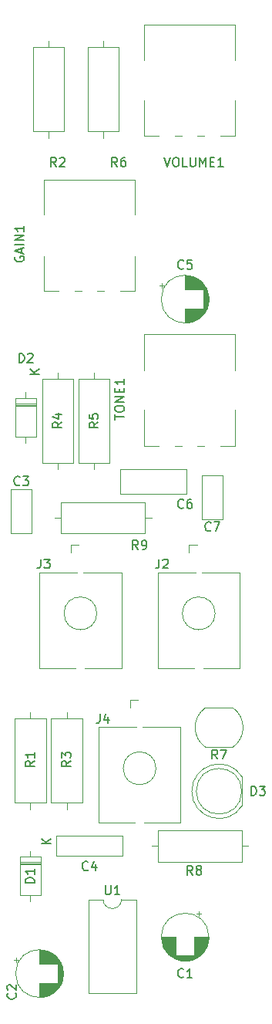
<source format=gto>
G04 #@! TF.GenerationSoftware,KiCad,Pcbnew,(6.0.0)*
G04 #@! TF.CreationDate,2022-01-24T23:25:09+01:00*
G04 #@! TF.ProjectId,StupidBox,53747570-6964-4426-9f78-2e6b69636164,rev?*
G04 #@! TF.SameCoordinates,Original*
G04 #@! TF.FileFunction,Legend,Top*
G04 #@! TF.FilePolarity,Positive*
%FSLAX46Y46*%
G04 Gerber Fmt 4.6, Leading zero omitted, Abs format (unit mm)*
G04 Created by KiCad (PCBNEW (6.0.0)) date 2022-01-24 23:25:09*
%MOMM*%
%LPD*%
G01*
G04 APERTURE LIST*
%ADD10C,0.150000*%
%ADD11C,0.120000*%
%ADD12R,1.600000X1.600000*%
%ADD13C,1.600000*%
%ADD14C,1.400000*%
%ADD15O,1.600000X1.600000*%
%ADD16R,1.800000X1.800000*%
%ADD17C,1.800000*%
%ADD18R,1.930000X1.830000*%
%ADD19C,2.130000*%
%ADD20C,1.500000*%
%ADD21C,4.000000*%
%ADD22R,1.700000X1.700000*%
%ADD23O,1.700000X1.700000*%
G04 APERTURE END LIST*
D10*
X49833333Y-137357142D02*
X49785714Y-137404761D01*
X49642857Y-137452380D01*
X49547619Y-137452380D01*
X49404761Y-137404761D01*
X49309523Y-137309523D01*
X49261904Y-137214285D01*
X49214285Y-137023809D01*
X49214285Y-136880952D01*
X49261904Y-136690476D01*
X49309523Y-136595238D01*
X49404761Y-136500000D01*
X49547619Y-136452380D01*
X49642857Y-136452380D01*
X49785714Y-136500000D01*
X49833333Y-136547619D01*
X50785714Y-137452380D02*
X50214285Y-137452380D01*
X50500000Y-137452380D02*
X50500000Y-136452380D01*
X50404761Y-136595238D01*
X50309523Y-136690476D01*
X50214285Y-136738095D01*
X31357142Y-139166666D02*
X31404761Y-139214285D01*
X31452380Y-139357142D01*
X31452380Y-139452380D01*
X31404761Y-139595238D01*
X31309523Y-139690476D01*
X31214285Y-139738095D01*
X31023809Y-139785714D01*
X30880952Y-139785714D01*
X30690476Y-139738095D01*
X30595238Y-139690476D01*
X30500000Y-139595238D01*
X30452380Y-139452380D01*
X30452380Y-139357142D01*
X30500000Y-139214285D01*
X30547619Y-139166666D01*
X30547619Y-138785714D02*
X30500000Y-138738095D01*
X30452380Y-138642857D01*
X30452380Y-138404761D01*
X30500000Y-138309523D01*
X30547619Y-138261904D01*
X30642857Y-138214285D01*
X30738095Y-138214285D01*
X30880952Y-138261904D01*
X31452380Y-138833333D01*
X31452380Y-138214285D01*
X31833333Y-83357142D02*
X31785714Y-83404761D01*
X31642857Y-83452380D01*
X31547619Y-83452380D01*
X31404761Y-83404761D01*
X31309523Y-83309523D01*
X31261904Y-83214285D01*
X31214285Y-83023809D01*
X31214285Y-82880952D01*
X31261904Y-82690476D01*
X31309523Y-82595238D01*
X31404761Y-82500000D01*
X31547619Y-82452380D01*
X31642857Y-82452380D01*
X31785714Y-82500000D01*
X31833333Y-82547619D01*
X32166666Y-82452380D02*
X32785714Y-82452380D01*
X32452380Y-82833333D01*
X32595238Y-82833333D01*
X32690476Y-82880952D01*
X32738095Y-82928571D01*
X32785714Y-83023809D01*
X32785714Y-83261904D01*
X32738095Y-83357142D01*
X32690476Y-83404761D01*
X32595238Y-83452380D01*
X32309523Y-83452380D01*
X32214285Y-83404761D01*
X32166666Y-83357142D01*
X39333333Y-125607142D02*
X39285714Y-125654761D01*
X39142857Y-125702380D01*
X39047619Y-125702380D01*
X38904761Y-125654761D01*
X38809523Y-125559523D01*
X38761904Y-125464285D01*
X38714285Y-125273809D01*
X38714285Y-125130952D01*
X38761904Y-124940476D01*
X38809523Y-124845238D01*
X38904761Y-124750000D01*
X39047619Y-124702380D01*
X39142857Y-124702380D01*
X39285714Y-124750000D01*
X39333333Y-124797619D01*
X40190476Y-125035714D02*
X40190476Y-125702380D01*
X39952380Y-124654761D02*
X39714285Y-125369047D01*
X40333333Y-125369047D01*
X49833333Y-59607142D02*
X49785714Y-59654761D01*
X49642857Y-59702380D01*
X49547619Y-59702380D01*
X49404761Y-59654761D01*
X49309523Y-59559523D01*
X49261904Y-59464285D01*
X49214285Y-59273809D01*
X49214285Y-59130952D01*
X49261904Y-58940476D01*
X49309523Y-58845238D01*
X49404761Y-58750000D01*
X49547619Y-58702380D01*
X49642857Y-58702380D01*
X49785714Y-58750000D01*
X49833333Y-58797619D01*
X50738095Y-58702380D02*
X50261904Y-58702380D01*
X50214285Y-59178571D01*
X50261904Y-59130952D01*
X50357142Y-59083333D01*
X50595238Y-59083333D01*
X50690476Y-59130952D01*
X50738095Y-59178571D01*
X50785714Y-59273809D01*
X50785714Y-59511904D01*
X50738095Y-59607142D01*
X50690476Y-59654761D01*
X50595238Y-59702380D01*
X50357142Y-59702380D01*
X50261904Y-59654761D01*
X50214285Y-59607142D01*
X49833333Y-85857142D02*
X49785714Y-85904761D01*
X49642857Y-85952380D01*
X49547619Y-85952380D01*
X49404761Y-85904761D01*
X49309523Y-85809523D01*
X49261904Y-85714285D01*
X49214285Y-85523809D01*
X49214285Y-85380952D01*
X49261904Y-85190476D01*
X49309523Y-85095238D01*
X49404761Y-85000000D01*
X49547619Y-84952380D01*
X49642857Y-84952380D01*
X49785714Y-85000000D01*
X49833333Y-85047619D01*
X50690476Y-84952380D02*
X50500000Y-84952380D01*
X50404761Y-85000000D01*
X50357142Y-85047619D01*
X50261904Y-85190476D01*
X50214285Y-85380952D01*
X50214285Y-85761904D01*
X50261904Y-85857142D01*
X50309523Y-85904761D01*
X50404761Y-85952380D01*
X50595238Y-85952380D01*
X50690476Y-85904761D01*
X50738095Y-85857142D01*
X50785714Y-85761904D01*
X50785714Y-85523809D01*
X50738095Y-85428571D01*
X50690476Y-85380952D01*
X50595238Y-85333333D01*
X50404761Y-85333333D01*
X50309523Y-85380952D01*
X50261904Y-85428571D01*
X50214285Y-85523809D01*
X52833333Y-88357142D02*
X52785714Y-88404761D01*
X52642857Y-88452380D01*
X52547619Y-88452380D01*
X52404761Y-88404761D01*
X52309523Y-88309523D01*
X52261904Y-88214285D01*
X52214285Y-88023809D01*
X52214285Y-87880952D01*
X52261904Y-87690476D01*
X52309523Y-87595238D01*
X52404761Y-87500000D01*
X52547619Y-87452380D01*
X52642857Y-87452380D01*
X52785714Y-87500000D01*
X52833333Y-87547619D01*
X53166666Y-87452380D02*
X53833333Y-87452380D01*
X53404761Y-88452380D01*
X31761904Y-69952380D02*
X31761904Y-68952380D01*
X32000000Y-68952380D01*
X32142857Y-69000000D01*
X32238095Y-69095238D01*
X32285714Y-69190476D01*
X32333333Y-69380952D01*
X32333333Y-69523809D01*
X32285714Y-69714285D01*
X32238095Y-69809523D01*
X32142857Y-69904761D01*
X32000000Y-69952380D01*
X31761904Y-69952380D01*
X32714285Y-69047619D02*
X32761904Y-69000000D01*
X32857142Y-68952380D01*
X33095238Y-68952380D01*
X33190476Y-69000000D01*
X33238095Y-69047619D01*
X33285714Y-69142857D01*
X33285714Y-69238095D01*
X33238095Y-69380952D01*
X32666666Y-69952380D01*
X33285714Y-69952380D01*
X33952380Y-71261904D02*
X32952380Y-71261904D01*
X33952380Y-70690476D02*
X33380952Y-71119047D01*
X32952380Y-70690476D02*
X33523809Y-71261904D01*
X57261904Y-117452380D02*
X57261904Y-116452380D01*
X57500000Y-116452380D01*
X57642857Y-116500000D01*
X57738095Y-116595238D01*
X57785714Y-116690476D01*
X57833333Y-116880952D01*
X57833333Y-117023809D01*
X57785714Y-117214285D01*
X57738095Y-117309523D01*
X57642857Y-117404761D01*
X57500000Y-117452380D01*
X57261904Y-117452380D01*
X58166666Y-116452380D02*
X58785714Y-116452380D01*
X58452380Y-116833333D01*
X58595238Y-116833333D01*
X58690476Y-116880952D01*
X58738095Y-116928571D01*
X58785714Y-117023809D01*
X58785714Y-117261904D01*
X58738095Y-117357142D01*
X58690476Y-117404761D01*
X58595238Y-117452380D01*
X58309523Y-117452380D01*
X58214285Y-117404761D01*
X58166666Y-117357142D01*
X34136666Y-91532380D02*
X34136666Y-92246666D01*
X34089047Y-92389523D01*
X33993809Y-92484761D01*
X33850952Y-92532380D01*
X33755714Y-92532380D01*
X34517619Y-91532380D02*
X35136666Y-91532380D01*
X34803333Y-91913333D01*
X34946190Y-91913333D01*
X35041428Y-91960952D01*
X35089047Y-92008571D01*
X35136666Y-92103809D01*
X35136666Y-92341904D01*
X35089047Y-92437142D01*
X35041428Y-92484761D01*
X34946190Y-92532380D01*
X34660476Y-92532380D01*
X34565238Y-92484761D01*
X34517619Y-92437142D01*
X33452380Y-113666666D02*
X32976190Y-114000000D01*
X33452380Y-114238095D02*
X32452380Y-114238095D01*
X32452380Y-113857142D01*
X32500000Y-113761904D01*
X32547619Y-113714285D01*
X32642857Y-113666666D01*
X32785714Y-113666666D01*
X32880952Y-113714285D01*
X32928571Y-113761904D01*
X32976190Y-113857142D01*
X32976190Y-114238095D01*
X33452380Y-112714285D02*
X33452380Y-113285714D01*
X33452380Y-113000000D02*
X32452380Y-113000000D01*
X32595238Y-113095238D01*
X32690476Y-113190476D01*
X32738095Y-113285714D01*
X37452380Y-113666666D02*
X36976190Y-114000000D01*
X37452380Y-114238095D02*
X36452380Y-114238095D01*
X36452380Y-113857142D01*
X36500000Y-113761904D01*
X36547619Y-113714285D01*
X36642857Y-113666666D01*
X36785714Y-113666666D01*
X36880952Y-113714285D01*
X36928571Y-113761904D01*
X36976190Y-113857142D01*
X36976190Y-114238095D01*
X36452380Y-113333333D02*
X36452380Y-112714285D01*
X36833333Y-113047619D01*
X36833333Y-112904761D01*
X36880952Y-112809523D01*
X36928571Y-112761904D01*
X37023809Y-112714285D01*
X37261904Y-112714285D01*
X37357142Y-112761904D01*
X37404761Y-112809523D01*
X37452380Y-112904761D01*
X37452380Y-113190476D01*
X37404761Y-113285714D01*
X37357142Y-113333333D01*
X36452380Y-76516666D02*
X35976190Y-76850000D01*
X36452380Y-77088095D02*
X35452380Y-77088095D01*
X35452380Y-76707142D01*
X35500000Y-76611904D01*
X35547619Y-76564285D01*
X35642857Y-76516666D01*
X35785714Y-76516666D01*
X35880952Y-76564285D01*
X35928571Y-76611904D01*
X35976190Y-76707142D01*
X35976190Y-77088095D01*
X35785714Y-75659523D02*
X36452380Y-75659523D01*
X35404761Y-75897619D02*
X36119047Y-76135714D01*
X36119047Y-75516666D01*
X40452380Y-76516666D02*
X39976190Y-76850000D01*
X40452380Y-77088095D02*
X39452380Y-77088095D01*
X39452380Y-76707142D01*
X39500000Y-76611904D01*
X39547619Y-76564285D01*
X39642857Y-76516666D01*
X39785714Y-76516666D01*
X39880952Y-76564285D01*
X39928571Y-76611904D01*
X39976190Y-76707142D01*
X39976190Y-77088095D01*
X39452380Y-75611904D02*
X39452380Y-76088095D01*
X39928571Y-76135714D01*
X39880952Y-76088095D01*
X39833333Y-75992857D01*
X39833333Y-75754761D01*
X39880952Y-75659523D01*
X39928571Y-75611904D01*
X40023809Y-75564285D01*
X40261904Y-75564285D01*
X40357142Y-75611904D01*
X40404761Y-75659523D01*
X40452380Y-75754761D01*
X40452380Y-75992857D01*
X40404761Y-76088095D01*
X40357142Y-76135714D01*
X53558333Y-113452380D02*
X53225000Y-112976190D01*
X52986904Y-113452380D02*
X52986904Y-112452380D01*
X53367857Y-112452380D01*
X53463095Y-112500000D01*
X53510714Y-112547619D01*
X53558333Y-112642857D01*
X53558333Y-112785714D01*
X53510714Y-112880952D01*
X53463095Y-112928571D01*
X53367857Y-112976190D01*
X52986904Y-112976190D01*
X53891666Y-112452380D02*
X54558333Y-112452380D01*
X54129761Y-113452380D01*
X50833333Y-126172380D02*
X50500000Y-125696190D01*
X50261904Y-126172380D02*
X50261904Y-125172380D01*
X50642857Y-125172380D01*
X50738095Y-125220000D01*
X50785714Y-125267619D01*
X50833333Y-125362857D01*
X50833333Y-125505714D01*
X50785714Y-125600952D01*
X50738095Y-125648571D01*
X50642857Y-125696190D01*
X50261904Y-125696190D01*
X51404761Y-125600952D02*
X51309523Y-125553333D01*
X51261904Y-125505714D01*
X51214285Y-125410476D01*
X51214285Y-125362857D01*
X51261904Y-125267619D01*
X51309523Y-125220000D01*
X51404761Y-125172380D01*
X51595238Y-125172380D01*
X51690476Y-125220000D01*
X51738095Y-125267619D01*
X51785714Y-125362857D01*
X51785714Y-125410476D01*
X51738095Y-125505714D01*
X51690476Y-125553333D01*
X51595238Y-125600952D01*
X51404761Y-125600952D01*
X51309523Y-125648571D01*
X51261904Y-125696190D01*
X51214285Y-125791428D01*
X51214285Y-125981904D01*
X51261904Y-126077142D01*
X51309523Y-126124761D01*
X51404761Y-126172380D01*
X51595238Y-126172380D01*
X51690476Y-126124761D01*
X51738095Y-126077142D01*
X51785714Y-125981904D01*
X51785714Y-125791428D01*
X51738095Y-125696190D01*
X51690476Y-125648571D01*
X51595238Y-125600952D01*
X44833333Y-90452380D02*
X44500000Y-89976190D01*
X44261904Y-90452380D02*
X44261904Y-89452380D01*
X44642857Y-89452380D01*
X44738095Y-89500000D01*
X44785714Y-89547619D01*
X44833333Y-89642857D01*
X44833333Y-89785714D01*
X44785714Y-89880952D01*
X44738095Y-89928571D01*
X44642857Y-89976190D01*
X44261904Y-89976190D01*
X45309523Y-90452380D02*
X45500000Y-90452380D01*
X45595238Y-90404761D01*
X45642857Y-90357142D01*
X45738095Y-90214285D01*
X45785714Y-90023809D01*
X45785714Y-89642857D01*
X45738095Y-89547619D01*
X45690476Y-89500000D01*
X45595238Y-89452380D01*
X45404761Y-89452380D01*
X45309523Y-89500000D01*
X45261904Y-89547619D01*
X45214285Y-89642857D01*
X45214285Y-89880952D01*
X45261904Y-89976190D01*
X45309523Y-90023809D01*
X45404761Y-90071428D01*
X45595238Y-90071428D01*
X45690476Y-90023809D01*
X45738095Y-89976190D01*
X45785714Y-89880952D01*
X41248095Y-127322380D02*
X41248095Y-128131904D01*
X41295714Y-128227142D01*
X41343333Y-128274761D01*
X41438571Y-128322380D01*
X41629047Y-128322380D01*
X41724285Y-128274761D01*
X41771904Y-128227142D01*
X41819523Y-128131904D01*
X41819523Y-127322380D01*
X42819523Y-128322380D02*
X42248095Y-128322380D01*
X42533809Y-128322380D02*
X42533809Y-127322380D01*
X42438571Y-127465238D01*
X42343333Y-127560476D01*
X42248095Y-127608095D01*
X47714285Y-47452380D02*
X48047619Y-48452380D01*
X48380952Y-47452380D01*
X48904761Y-47452380D02*
X49095238Y-47452380D01*
X49190476Y-47500000D01*
X49285714Y-47595238D01*
X49333333Y-47785714D01*
X49333333Y-48119047D01*
X49285714Y-48309523D01*
X49190476Y-48404761D01*
X49095238Y-48452380D01*
X48904761Y-48452380D01*
X48809523Y-48404761D01*
X48714285Y-48309523D01*
X48666666Y-48119047D01*
X48666666Y-47785714D01*
X48714285Y-47595238D01*
X48809523Y-47500000D01*
X48904761Y-47452380D01*
X50238095Y-48452380D02*
X49761904Y-48452380D01*
X49761904Y-47452380D01*
X50571428Y-47452380D02*
X50571428Y-48261904D01*
X50619047Y-48357142D01*
X50666666Y-48404761D01*
X50761904Y-48452380D01*
X50952380Y-48452380D01*
X51047619Y-48404761D01*
X51095238Y-48357142D01*
X51142857Y-48261904D01*
X51142857Y-47452380D01*
X51619047Y-48452380D02*
X51619047Y-47452380D01*
X51952380Y-48166666D01*
X52285714Y-47452380D01*
X52285714Y-48452380D01*
X52761904Y-47928571D02*
X53095238Y-47928571D01*
X53238095Y-48452380D02*
X52761904Y-48452380D01*
X52761904Y-47452380D01*
X53238095Y-47452380D01*
X54190476Y-48452380D02*
X53619047Y-48452380D01*
X53904761Y-48452380D02*
X53904761Y-47452380D01*
X53809523Y-47595238D01*
X53714285Y-47690476D01*
X53619047Y-47738095D01*
X31350000Y-58354761D02*
X31302380Y-58450000D01*
X31302380Y-58592857D01*
X31350000Y-58735714D01*
X31445238Y-58830952D01*
X31540476Y-58878571D01*
X31730952Y-58926190D01*
X31873809Y-58926190D01*
X32064285Y-58878571D01*
X32159523Y-58830952D01*
X32254761Y-58735714D01*
X32302380Y-58592857D01*
X32302380Y-58497619D01*
X32254761Y-58354761D01*
X32207142Y-58307142D01*
X31873809Y-58307142D01*
X31873809Y-58497619D01*
X32016666Y-57926190D02*
X32016666Y-57450000D01*
X32302380Y-58021428D02*
X31302380Y-57688095D01*
X32302380Y-57354761D01*
X32302380Y-57021428D02*
X31302380Y-57021428D01*
X32302380Y-56545238D02*
X31302380Y-56545238D01*
X32302380Y-55973809D01*
X31302380Y-55973809D01*
X32302380Y-54973809D02*
X32302380Y-55545238D01*
X32302380Y-55259523D02*
X31302380Y-55259523D01*
X31445238Y-55354761D01*
X31540476Y-55450000D01*
X31588095Y-55545238D01*
X42302380Y-76211904D02*
X42302380Y-75640476D01*
X43302380Y-75926190D02*
X42302380Y-75926190D01*
X42302380Y-75116666D02*
X42302380Y-74926190D01*
X42350000Y-74830952D01*
X42445238Y-74735714D01*
X42635714Y-74688095D01*
X42969047Y-74688095D01*
X43159523Y-74735714D01*
X43254761Y-74830952D01*
X43302380Y-74926190D01*
X43302380Y-75116666D01*
X43254761Y-75211904D01*
X43159523Y-75307142D01*
X42969047Y-75354761D01*
X42635714Y-75354761D01*
X42445238Y-75307142D01*
X42350000Y-75211904D01*
X42302380Y-75116666D01*
X43302380Y-74259523D02*
X42302380Y-74259523D01*
X43302380Y-73688095D01*
X42302380Y-73688095D01*
X42778571Y-73211904D02*
X42778571Y-72878571D01*
X43302380Y-72735714D02*
X43302380Y-73211904D01*
X42302380Y-73211904D01*
X42302380Y-72735714D01*
X43302380Y-71783333D02*
X43302380Y-72354761D01*
X43302380Y-72069047D02*
X42302380Y-72069047D01*
X42445238Y-72164285D01*
X42540476Y-72259523D01*
X42588095Y-72354761D01*
X35833333Y-48452380D02*
X35500000Y-47976190D01*
X35261904Y-48452380D02*
X35261904Y-47452380D01*
X35642857Y-47452380D01*
X35738095Y-47500000D01*
X35785714Y-47547619D01*
X35833333Y-47642857D01*
X35833333Y-47785714D01*
X35785714Y-47880952D01*
X35738095Y-47928571D01*
X35642857Y-47976190D01*
X35261904Y-47976190D01*
X36214285Y-47547619D02*
X36261904Y-47500000D01*
X36357142Y-47452380D01*
X36595238Y-47452380D01*
X36690476Y-47500000D01*
X36738095Y-47547619D01*
X36785714Y-47642857D01*
X36785714Y-47738095D01*
X36738095Y-47880952D01*
X36166666Y-48452380D01*
X36785714Y-48452380D01*
X42553333Y-48452380D02*
X42220000Y-47976190D01*
X41981904Y-48452380D02*
X41981904Y-47452380D01*
X42362857Y-47452380D01*
X42458095Y-47500000D01*
X42505714Y-47547619D01*
X42553333Y-47642857D01*
X42553333Y-47785714D01*
X42505714Y-47880952D01*
X42458095Y-47928571D01*
X42362857Y-47976190D01*
X41981904Y-47976190D01*
X43410476Y-47452380D02*
X43220000Y-47452380D01*
X43124761Y-47500000D01*
X43077142Y-47547619D01*
X42981904Y-47690476D01*
X42934285Y-47880952D01*
X42934285Y-48261904D01*
X42981904Y-48357142D01*
X43029523Y-48404761D01*
X43124761Y-48452380D01*
X43315238Y-48452380D01*
X43410476Y-48404761D01*
X43458095Y-48357142D01*
X43505714Y-48261904D01*
X43505714Y-48023809D01*
X43458095Y-47928571D01*
X43410476Y-47880952D01*
X43315238Y-47833333D01*
X43124761Y-47833333D01*
X43029523Y-47880952D01*
X42981904Y-47928571D01*
X42934285Y-48023809D01*
X33452380Y-127048095D02*
X32452380Y-127048095D01*
X32452380Y-126810000D01*
X32500000Y-126667142D01*
X32595238Y-126571904D01*
X32690476Y-126524285D01*
X32880952Y-126476666D01*
X33023809Y-126476666D01*
X33214285Y-126524285D01*
X33309523Y-126571904D01*
X33404761Y-126667142D01*
X33452380Y-126810000D01*
X33452380Y-127048095D01*
X33452380Y-125524285D02*
X33452380Y-126095714D01*
X33452380Y-125810000D02*
X32452380Y-125810000D01*
X32595238Y-125905238D01*
X32690476Y-126000476D01*
X32738095Y-126095714D01*
X35252380Y-122761904D02*
X34252380Y-122761904D01*
X35252380Y-122190476D02*
X34680952Y-122619047D01*
X34252380Y-122190476D02*
X34823809Y-122761904D01*
X40636666Y-108532380D02*
X40636666Y-109246666D01*
X40589047Y-109389523D01*
X40493809Y-109484761D01*
X40350952Y-109532380D01*
X40255714Y-109532380D01*
X41541428Y-108865714D02*
X41541428Y-109532380D01*
X41303333Y-108484761D02*
X41065238Y-109199047D01*
X41684285Y-109199047D01*
X47136666Y-91532380D02*
X47136666Y-92246666D01*
X47089047Y-92389523D01*
X46993809Y-92484761D01*
X46850952Y-92532380D01*
X46755714Y-92532380D01*
X47565238Y-91627619D02*
X47612857Y-91580000D01*
X47708095Y-91532380D01*
X47946190Y-91532380D01*
X48041428Y-91580000D01*
X48089047Y-91627619D01*
X48136666Y-91722857D01*
X48136666Y-91818095D01*
X48089047Y-91960952D01*
X47517619Y-92532380D01*
X48136666Y-92532380D01*
D11*
X48960000Y-135001000D02*
X48347000Y-135001000D01*
X52528000Y-133520000D02*
X51040000Y-133520000D01*
X52442000Y-133841000D02*
X51040000Y-133841000D01*
X48960000Y-133680000D02*
X47509000Y-133680000D01*
X48960000Y-133761000D02*
X47532000Y-133761000D01*
X52004000Y-134641000D02*
X51040000Y-134641000D01*
X52122000Y-134481000D02*
X51040000Y-134481000D01*
X51605000Y-135041000D02*
X48395000Y-135041000D01*
X48960000Y-133520000D02*
X47472000Y-133520000D01*
X48960000Y-133721000D02*
X47520000Y-133721000D01*
X52520000Y-133560000D02*
X51040000Y-133560000D01*
X51319000Y-135241000D02*
X48681000Y-135241000D01*
X52455000Y-133801000D02*
X51040000Y-133801000D01*
X51725000Y-130445225D02*
X51225000Y-130445225D01*
X51864000Y-134801000D02*
X51040000Y-134801000D01*
X48960000Y-134481000D02*
X47878000Y-134481000D01*
X48960000Y-133080000D02*
X47421000Y-133080000D01*
X48960000Y-133640000D02*
X47499000Y-133640000D01*
X50677000Y-135521000D02*
X49323000Y-135521000D01*
X48960000Y-133000000D02*
X47420000Y-133000000D01*
X50518000Y-135561000D02*
X49482000Y-135561000D01*
X50915000Y-135441000D02*
X49085000Y-135441000D01*
X48960000Y-134441000D02*
X47851000Y-134441000D01*
X52580000Y-133000000D02*
X51040000Y-133000000D01*
X52573000Y-133200000D02*
X51040000Y-133200000D01*
X48960000Y-133600000D02*
X47489000Y-133600000D01*
X52501000Y-133640000D02*
X51040000Y-133640000D01*
X48960000Y-134161000D02*
X47690000Y-134161000D01*
X48960000Y-134601000D02*
X47965000Y-134601000D01*
X48960000Y-134881000D02*
X48215000Y-134881000D01*
X51743000Y-134921000D02*
X51040000Y-134921000D01*
X52224000Y-134321000D02*
X51040000Y-134321000D01*
X48960000Y-133961000D02*
X47602000Y-133961000D01*
X48960000Y-133480000D02*
X47464000Y-133480000D01*
X51901000Y-134761000D02*
X51040000Y-134761000D01*
X51251000Y-135281000D02*
X48749000Y-135281000D01*
X50805000Y-135481000D02*
X49195000Y-135481000D01*
X48960000Y-133400000D02*
X47450000Y-133400000D01*
X52310000Y-134161000D02*
X51040000Y-134161000D01*
X52550000Y-133400000D02*
X51040000Y-133400000D01*
X48960000Y-134081000D02*
X47652000Y-134081000D01*
X51699000Y-134961000D02*
X51040000Y-134961000D01*
X48960000Y-133801000D02*
X47545000Y-133801000D01*
X48960000Y-134801000D02*
X48136000Y-134801000D01*
X48960000Y-134921000D02*
X48257000Y-134921000D01*
X52511000Y-133600000D02*
X51040000Y-133600000D01*
X48960000Y-134841000D02*
X48174000Y-134841000D01*
X52329000Y-134121000D02*
X51040000Y-134121000D01*
X52398000Y-133961000D02*
X51040000Y-133961000D01*
X51011000Y-135401000D02*
X48989000Y-135401000D01*
X48960000Y-134281000D02*
X47753000Y-134281000D01*
X48960000Y-134201000D02*
X47710000Y-134201000D01*
X52556000Y-133360000D02*
X51040000Y-133360000D01*
X52365000Y-134041000D02*
X51040000Y-134041000D01*
X48960000Y-134961000D02*
X48301000Y-134961000D01*
X52095000Y-134521000D02*
X51040000Y-134521000D01*
X52569000Y-133240000D02*
X51040000Y-133240000D01*
X52382000Y-134001000D02*
X51040000Y-134001000D01*
X48960000Y-134681000D02*
X48029000Y-134681000D01*
X52035000Y-134601000D02*
X51040000Y-134601000D01*
X51443000Y-135161000D02*
X48557000Y-135161000D01*
X51098000Y-135361000D02*
X48902000Y-135361000D01*
X52414000Y-133921000D02*
X51040000Y-133921000D01*
X51475000Y-130195225D02*
X51475000Y-130695225D01*
X52175000Y-134401000D02*
X51040000Y-134401000D01*
X48960000Y-133240000D02*
X47431000Y-133240000D01*
X52576000Y-133160000D02*
X51040000Y-133160000D01*
X48960000Y-134641000D02*
X47996000Y-134641000D01*
X48960000Y-134561000D02*
X47935000Y-134561000D01*
X48960000Y-134001000D02*
X47618000Y-134001000D01*
X48960000Y-134761000D02*
X48099000Y-134761000D01*
X48960000Y-133881000D02*
X47572000Y-133881000D01*
X52561000Y-133320000D02*
X51040000Y-133320000D01*
X50284000Y-135601000D02*
X49716000Y-135601000D01*
X48960000Y-134321000D02*
X47776000Y-134321000D01*
X52268000Y-134241000D02*
X51040000Y-134241000D01*
X52065000Y-134561000D02*
X51040000Y-134561000D01*
X48960000Y-134241000D02*
X47732000Y-134241000D01*
X48960000Y-134401000D02*
X47825000Y-134401000D01*
X48960000Y-134041000D02*
X47635000Y-134041000D01*
X52578000Y-133120000D02*
X51040000Y-133120000D01*
X51653000Y-135001000D02*
X51040000Y-135001000D01*
X48960000Y-133280000D02*
X47435000Y-133280000D01*
X51554000Y-135081000D02*
X48446000Y-135081000D01*
X48960000Y-133360000D02*
X47444000Y-133360000D01*
X52579000Y-133080000D02*
X51040000Y-133080000D01*
X48960000Y-133841000D02*
X47558000Y-133841000D01*
X48960000Y-133440000D02*
X47457000Y-133440000D01*
X52580000Y-133040000D02*
X51040000Y-133040000D01*
X48960000Y-133120000D02*
X47422000Y-133120000D01*
X51383000Y-135201000D02*
X48617000Y-135201000D01*
X51500000Y-135121000D02*
X48500000Y-135121000D01*
X51178000Y-135321000D02*
X48822000Y-135321000D01*
X52543000Y-133440000D02*
X51040000Y-133440000D01*
X52468000Y-133761000D02*
X51040000Y-133761000D01*
X51826000Y-134841000D02*
X51040000Y-134841000D01*
X48960000Y-133560000D02*
X47480000Y-133560000D01*
X48960000Y-134121000D02*
X47671000Y-134121000D01*
X52290000Y-134201000D02*
X51040000Y-134201000D01*
X48960000Y-134361000D02*
X47800000Y-134361000D01*
X52247000Y-134281000D02*
X51040000Y-134281000D01*
X48960000Y-133921000D02*
X47586000Y-133921000D01*
X48960000Y-133040000D02*
X47420000Y-133040000D01*
X52565000Y-133280000D02*
X51040000Y-133280000D01*
X52428000Y-133881000D02*
X51040000Y-133881000D01*
X51785000Y-134881000D02*
X51040000Y-134881000D01*
X48960000Y-134521000D02*
X47905000Y-134521000D01*
X51971000Y-134681000D02*
X51040000Y-134681000D01*
X52149000Y-134441000D02*
X51040000Y-134441000D01*
X52536000Y-133480000D02*
X51040000Y-133480000D01*
X48960000Y-133320000D02*
X47439000Y-133320000D01*
X48960000Y-133200000D02*
X47427000Y-133200000D01*
X48960000Y-134721000D02*
X48063000Y-134721000D01*
X51937000Y-134721000D02*
X51040000Y-134721000D01*
X52480000Y-133721000D02*
X51040000Y-133721000D01*
X52348000Y-134081000D02*
X51040000Y-134081000D01*
X52491000Y-133680000D02*
X51040000Y-133680000D01*
X48960000Y-133160000D02*
X47424000Y-133160000D01*
X52200000Y-134361000D02*
X51040000Y-134361000D01*
X52620000Y-133000000D02*
G75*
G03*
X52620000Y-133000000I-2620000J0D01*
G01*
X35401000Y-134825000D02*
X35401000Y-135960000D01*
X34841000Y-138040000D02*
X34841000Y-139442000D01*
X35961000Y-138040000D02*
X35961000Y-138699000D01*
X34240000Y-138040000D02*
X34240000Y-139569000D01*
X34080000Y-134421000D02*
X34080000Y-135960000D01*
X35281000Y-138040000D02*
X35281000Y-139247000D01*
X34400000Y-138040000D02*
X34400000Y-139550000D01*
X35961000Y-135301000D02*
X35961000Y-135960000D01*
X34640000Y-138040000D02*
X34640000Y-139501000D01*
X34680000Y-138040000D02*
X34680000Y-139491000D01*
X35521000Y-134905000D02*
X35521000Y-135960000D01*
X34520000Y-134472000D02*
X34520000Y-135960000D01*
X36001000Y-138040000D02*
X36001000Y-138653000D01*
X34480000Y-134464000D02*
X34480000Y-135960000D01*
X36601000Y-136716000D02*
X36601000Y-137284000D01*
X35561000Y-134935000D02*
X35561000Y-135960000D01*
X35281000Y-134753000D02*
X35281000Y-135960000D01*
X35201000Y-134710000D02*
X35201000Y-135960000D01*
X35801000Y-135136000D02*
X35801000Y-135960000D01*
X36201000Y-135617000D02*
X36201000Y-138383000D01*
X34040000Y-138040000D02*
X34040000Y-139580000D01*
X35681000Y-135029000D02*
X35681000Y-135960000D01*
X34080000Y-138040000D02*
X34080000Y-139579000D01*
X35081000Y-138040000D02*
X35081000Y-139348000D01*
X35161000Y-138040000D02*
X35161000Y-139310000D01*
X31195225Y-135525000D02*
X31695225Y-135525000D01*
X34280000Y-134435000D02*
X34280000Y-135960000D01*
X34560000Y-138040000D02*
X34560000Y-139520000D01*
X35841000Y-135174000D02*
X35841000Y-135960000D01*
X35001000Y-138040000D02*
X35001000Y-139382000D01*
X34841000Y-134558000D02*
X34841000Y-135960000D01*
X35641000Y-138040000D02*
X35641000Y-139004000D01*
X34200000Y-138040000D02*
X34200000Y-139573000D01*
X34440000Y-138040000D02*
X34440000Y-139543000D01*
X35241000Y-138040000D02*
X35241000Y-139268000D01*
X35561000Y-138040000D02*
X35561000Y-139065000D01*
X34400000Y-134450000D02*
X34400000Y-135960000D01*
X35681000Y-138040000D02*
X35681000Y-138971000D01*
X34680000Y-134509000D02*
X34680000Y-135960000D01*
X34881000Y-138040000D02*
X34881000Y-139428000D01*
X35121000Y-134671000D02*
X35121000Y-135960000D01*
X34000000Y-138040000D02*
X34000000Y-139580000D01*
X34360000Y-134444000D02*
X34360000Y-135960000D01*
X34160000Y-134424000D02*
X34160000Y-135960000D01*
X34600000Y-138040000D02*
X34600000Y-139511000D01*
X36481000Y-136195000D02*
X36481000Y-137805000D01*
X34801000Y-138040000D02*
X34801000Y-139455000D01*
X34921000Y-138040000D02*
X34921000Y-139414000D01*
X36401000Y-135989000D02*
X36401000Y-138011000D01*
X34961000Y-134602000D02*
X34961000Y-135960000D01*
X31445225Y-135275000D02*
X31445225Y-135775000D01*
X35441000Y-138040000D02*
X35441000Y-139149000D01*
X36361000Y-135902000D02*
X36361000Y-138098000D01*
X35161000Y-134690000D02*
X35161000Y-135960000D01*
X36081000Y-135446000D02*
X36081000Y-138554000D01*
X34761000Y-134532000D02*
X34761000Y-135960000D01*
X36001000Y-135347000D02*
X36001000Y-135960000D01*
X36281000Y-135749000D02*
X36281000Y-138251000D01*
X35041000Y-138040000D02*
X35041000Y-139365000D01*
X34881000Y-134572000D02*
X34881000Y-135960000D01*
X35601000Y-134965000D02*
X35601000Y-135960000D01*
X35081000Y-134652000D02*
X35081000Y-135960000D01*
X35721000Y-135063000D02*
X35721000Y-135960000D01*
X35401000Y-138040000D02*
X35401000Y-139175000D01*
X36441000Y-136085000D02*
X36441000Y-137915000D01*
X34761000Y-138040000D02*
X34761000Y-139468000D01*
X34240000Y-134431000D02*
X34240000Y-135960000D01*
X35721000Y-138040000D02*
X35721000Y-138937000D01*
X35001000Y-134618000D02*
X35001000Y-135960000D01*
X35121000Y-138040000D02*
X35121000Y-139329000D01*
X35361000Y-138040000D02*
X35361000Y-139200000D01*
X35321000Y-134776000D02*
X35321000Y-135960000D01*
X34640000Y-134499000D02*
X34640000Y-135960000D01*
X34120000Y-138040000D02*
X34120000Y-139578000D01*
X34801000Y-134545000D02*
X34801000Y-135960000D01*
X34921000Y-134586000D02*
X34921000Y-135960000D01*
X34320000Y-134439000D02*
X34320000Y-135960000D01*
X35641000Y-134996000D02*
X35641000Y-135960000D01*
X35761000Y-138040000D02*
X35761000Y-138901000D01*
X35761000Y-135099000D02*
X35761000Y-135960000D01*
X36321000Y-135822000D02*
X36321000Y-138178000D01*
X35881000Y-138040000D02*
X35881000Y-138785000D01*
X34040000Y-134420000D02*
X34040000Y-135960000D01*
X35201000Y-138040000D02*
X35201000Y-139290000D01*
X35881000Y-135215000D02*
X35881000Y-135960000D01*
X36241000Y-135681000D02*
X36241000Y-138319000D01*
X35801000Y-138040000D02*
X35801000Y-138864000D01*
X35921000Y-138040000D02*
X35921000Y-138743000D01*
X36161000Y-135557000D02*
X36161000Y-138443000D01*
X35361000Y-134800000D02*
X35361000Y-135960000D01*
X35521000Y-138040000D02*
X35521000Y-139095000D01*
X35921000Y-135257000D02*
X35921000Y-135960000D01*
X34480000Y-138040000D02*
X34480000Y-139536000D01*
X34721000Y-138040000D02*
X34721000Y-139480000D01*
X35241000Y-134732000D02*
X35241000Y-135960000D01*
X34961000Y-138040000D02*
X34961000Y-139398000D01*
X35441000Y-134851000D02*
X35441000Y-135960000D01*
X34560000Y-134480000D02*
X34560000Y-135960000D01*
X34280000Y-138040000D02*
X34280000Y-139565000D01*
X35841000Y-138040000D02*
X35841000Y-138826000D01*
X35041000Y-134635000D02*
X35041000Y-135960000D01*
X34160000Y-138040000D02*
X34160000Y-139576000D01*
X34000000Y-134420000D02*
X34000000Y-135960000D01*
X36561000Y-136482000D02*
X36561000Y-137518000D01*
X36521000Y-136323000D02*
X36521000Y-137677000D01*
X35321000Y-138040000D02*
X35321000Y-139224000D01*
X34600000Y-134489000D02*
X34600000Y-135960000D01*
X34440000Y-134457000D02*
X34440000Y-135960000D01*
X34721000Y-134520000D02*
X34721000Y-135960000D01*
X35481000Y-134878000D02*
X35481000Y-135960000D01*
X34360000Y-138040000D02*
X34360000Y-139556000D01*
X34120000Y-134422000D02*
X34120000Y-135960000D01*
X34320000Y-138040000D02*
X34320000Y-139561000D01*
X35601000Y-138040000D02*
X35601000Y-139035000D01*
X36121000Y-135500000D02*
X36121000Y-138500000D01*
X34520000Y-138040000D02*
X34520000Y-139528000D01*
X36041000Y-135395000D02*
X36041000Y-138605000D01*
X34200000Y-134427000D02*
X34200000Y-135960000D01*
X35481000Y-138040000D02*
X35481000Y-139122000D01*
X36620000Y-137000000D02*
G75*
G03*
X36620000Y-137000000I-2620000J0D01*
G01*
X33120000Y-83830000D02*
X30880000Y-83830000D01*
X30880000Y-83830000D02*
X30880000Y-88670000D01*
X33120000Y-83830000D02*
X33120000Y-88670000D01*
X33120000Y-88670000D02*
X30880000Y-88670000D01*
X43120000Y-121880000D02*
X35880000Y-121880000D01*
X43120000Y-124120000D02*
X43120000Y-121880000D01*
X43120000Y-124120000D02*
X35880000Y-124120000D01*
X35880000Y-124120000D02*
X35880000Y-121880000D01*
X50240000Y-60431000D02*
X50240000Y-61960000D01*
X51961000Y-64040000D02*
X51961000Y-64699000D01*
X52561000Y-62482000D02*
X52561000Y-63518000D01*
X51801000Y-64040000D02*
X51801000Y-64864000D01*
X47445225Y-61275000D02*
X47445225Y-61775000D01*
X50881000Y-60572000D02*
X50881000Y-61960000D01*
X50360000Y-64040000D02*
X50360000Y-65556000D01*
X50640000Y-60499000D02*
X50640000Y-61960000D01*
X50040000Y-60420000D02*
X50040000Y-61960000D01*
X51121000Y-64040000D02*
X51121000Y-65329000D01*
X51521000Y-60905000D02*
X51521000Y-61960000D01*
X51641000Y-64040000D02*
X51641000Y-65004000D01*
X50520000Y-64040000D02*
X50520000Y-65528000D01*
X50320000Y-60439000D02*
X50320000Y-61960000D01*
X51521000Y-64040000D02*
X51521000Y-65095000D01*
X51321000Y-60776000D02*
X51321000Y-61960000D01*
X50600000Y-64040000D02*
X50600000Y-65511000D01*
X51241000Y-64040000D02*
X51241000Y-65268000D01*
X50400000Y-64040000D02*
X50400000Y-65550000D01*
X50560000Y-64040000D02*
X50560000Y-65520000D01*
X50120000Y-64040000D02*
X50120000Y-65578000D01*
X51481000Y-60878000D02*
X51481000Y-61960000D01*
X50680000Y-64040000D02*
X50680000Y-65491000D01*
X51281000Y-60753000D02*
X51281000Y-61960000D01*
X52401000Y-61989000D02*
X52401000Y-64011000D01*
X51881000Y-61215000D02*
X51881000Y-61960000D01*
X52121000Y-61500000D02*
X52121000Y-64500000D01*
X50721000Y-60520000D02*
X50721000Y-61960000D01*
X52241000Y-61681000D02*
X52241000Y-64319000D01*
X50160000Y-60424000D02*
X50160000Y-61960000D01*
X51041000Y-64040000D02*
X51041000Y-65365000D01*
X51761000Y-61099000D02*
X51761000Y-61960000D01*
X51161000Y-60690000D02*
X51161000Y-61960000D01*
X51201000Y-60710000D02*
X51201000Y-61960000D01*
X51401000Y-64040000D02*
X51401000Y-65175000D01*
X51481000Y-64040000D02*
X51481000Y-65122000D01*
X50320000Y-64040000D02*
X50320000Y-65561000D01*
X51601000Y-64040000D02*
X51601000Y-65035000D01*
X51681000Y-64040000D02*
X51681000Y-64971000D01*
X50200000Y-64040000D02*
X50200000Y-65573000D01*
X51881000Y-64040000D02*
X51881000Y-64785000D01*
X52041000Y-61395000D02*
X52041000Y-64605000D01*
X51081000Y-60652000D02*
X51081000Y-61960000D01*
X50080000Y-64040000D02*
X50080000Y-65579000D01*
X51321000Y-64040000D02*
X51321000Y-65224000D01*
X52481000Y-62195000D02*
X52481000Y-63805000D01*
X51681000Y-61029000D02*
X51681000Y-61960000D01*
X50280000Y-64040000D02*
X50280000Y-65565000D01*
X50560000Y-60480000D02*
X50560000Y-61960000D01*
X50801000Y-64040000D02*
X50801000Y-65455000D01*
X50440000Y-60457000D02*
X50440000Y-61960000D01*
X52321000Y-61822000D02*
X52321000Y-64178000D01*
X50480000Y-60464000D02*
X50480000Y-61960000D01*
X50721000Y-64040000D02*
X50721000Y-65480000D01*
X51001000Y-64040000D02*
X51001000Y-65382000D01*
X52161000Y-61557000D02*
X52161000Y-64443000D01*
X51561000Y-60935000D02*
X51561000Y-61960000D01*
X52201000Y-61617000D02*
X52201000Y-64383000D01*
X50801000Y-60545000D02*
X50801000Y-61960000D01*
X52441000Y-62085000D02*
X52441000Y-63915000D01*
X50040000Y-64040000D02*
X50040000Y-65580000D01*
X52001000Y-64040000D02*
X52001000Y-64653000D01*
X50761000Y-64040000D02*
X50761000Y-65468000D01*
X51721000Y-61063000D02*
X51721000Y-61960000D01*
X52521000Y-62323000D02*
X52521000Y-63677000D01*
X50360000Y-60444000D02*
X50360000Y-61960000D01*
X51801000Y-61136000D02*
X51801000Y-61960000D01*
X52081000Y-61446000D02*
X52081000Y-64554000D01*
X51361000Y-60800000D02*
X51361000Y-61960000D01*
X52001000Y-61347000D02*
X52001000Y-61960000D01*
X50160000Y-64040000D02*
X50160000Y-65576000D01*
X51921000Y-64040000D02*
X51921000Y-64743000D01*
X51441000Y-64040000D02*
X51441000Y-65149000D01*
X51401000Y-60825000D02*
X51401000Y-61960000D01*
X50240000Y-64040000D02*
X50240000Y-65569000D01*
X52361000Y-61902000D02*
X52361000Y-64098000D01*
X50000000Y-64040000D02*
X50000000Y-65580000D01*
X50480000Y-64040000D02*
X50480000Y-65536000D01*
X50881000Y-64040000D02*
X50881000Y-65428000D01*
X52281000Y-61749000D02*
X52281000Y-64251000D01*
X51001000Y-60618000D02*
X51001000Y-61960000D01*
X51961000Y-61301000D02*
X51961000Y-61960000D01*
X50961000Y-60602000D02*
X50961000Y-61960000D01*
X51121000Y-60671000D02*
X51121000Y-61960000D01*
X51761000Y-64040000D02*
X51761000Y-64901000D01*
X50841000Y-60558000D02*
X50841000Y-61960000D01*
X51361000Y-64040000D02*
X51361000Y-65200000D01*
X51161000Y-64040000D02*
X51161000Y-65310000D01*
X50440000Y-64040000D02*
X50440000Y-65543000D01*
X50400000Y-60450000D02*
X50400000Y-61960000D01*
X51201000Y-64040000D02*
X51201000Y-65290000D01*
X51921000Y-61257000D02*
X51921000Y-61960000D01*
X50680000Y-60509000D02*
X50680000Y-61960000D01*
X51641000Y-60996000D02*
X51641000Y-61960000D01*
X50961000Y-64040000D02*
X50961000Y-65398000D01*
X50921000Y-60586000D02*
X50921000Y-61960000D01*
X51561000Y-64040000D02*
X51561000Y-65065000D01*
X50520000Y-60472000D02*
X50520000Y-61960000D01*
X50841000Y-64040000D02*
X50841000Y-65442000D01*
X51721000Y-64040000D02*
X51721000Y-64937000D01*
X50640000Y-64040000D02*
X50640000Y-65501000D01*
X51441000Y-60851000D02*
X51441000Y-61960000D01*
X50000000Y-60420000D02*
X50000000Y-61960000D01*
X50120000Y-60422000D02*
X50120000Y-61960000D01*
X52601000Y-62716000D02*
X52601000Y-63284000D01*
X50200000Y-60427000D02*
X50200000Y-61960000D01*
X51601000Y-60965000D02*
X51601000Y-61960000D01*
X51841000Y-61174000D02*
X51841000Y-61960000D01*
X50080000Y-60421000D02*
X50080000Y-61960000D01*
X50600000Y-60489000D02*
X50600000Y-61960000D01*
X50280000Y-60435000D02*
X50280000Y-61960000D01*
X51041000Y-60635000D02*
X51041000Y-61960000D01*
X51081000Y-64040000D02*
X51081000Y-65348000D01*
X51281000Y-64040000D02*
X51281000Y-65247000D01*
X51841000Y-64040000D02*
X51841000Y-64826000D01*
X47195225Y-61525000D02*
X47695225Y-61525000D01*
X50921000Y-64040000D02*
X50921000Y-65414000D01*
X51241000Y-60732000D02*
X51241000Y-61960000D01*
X50761000Y-60532000D02*
X50761000Y-61960000D01*
X52620000Y-63000000D02*
G75*
G03*
X52620000Y-63000000I-2620000J0D01*
G01*
X50120000Y-84370000D02*
X50120000Y-81630000D01*
X50120000Y-81630000D02*
X42880000Y-81630000D01*
X42880000Y-84370000D02*
X42880000Y-81630000D01*
X50120000Y-84370000D02*
X42880000Y-84370000D01*
X54120000Y-82330000D02*
X51880000Y-82330000D01*
X54120000Y-87170000D02*
X51880000Y-87170000D01*
X54120000Y-82330000D02*
X54120000Y-87170000D01*
X51880000Y-82330000D02*
X51880000Y-87170000D01*
X33620000Y-78120000D02*
X33620000Y-73880000D01*
X31380000Y-73880000D02*
X31380000Y-78120000D01*
X33620000Y-74720000D02*
X31380000Y-74720000D01*
X32500000Y-73230000D02*
X32500000Y-73880000D01*
X33620000Y-73880000D02*
X31380000Y-73880000D01*
X31380000Y-78120000D02*
X33620000Y-78120000D01*
X32500000Y-78770000D02*
X32500000Y-78120000D01*
X33620000Y-74480000D02*
X31380000Y-74480000D01*
X33620000Y-74600000D02*
X31380000Y-74600000D01*
X56290000Y-118545000D02*
X56290000Y-115455000D01*
X56290000Y-115455170D02*
G75*
G03*
X50740000Y-117000462I-2560000J-1544830D01*
G01*
X50740000Y-116999538D02*
G75*
G03*
X56290000Y-118544830I2990000J-462D01*
G01*
X56230000Y-117000000D02*
G75*
G03*
X56230000Y-117000000I-2500000J0D01*
G01*
X34000000Y-92980000D02*
X34000000Y-103480000D01*
X37440000Y-90000000D02*
X38300000Y-90000000D01*
X43000000Y-103480000D02*
X39000000Y-103480000D01*
X43000000Y-92980000D02*
X43000000Y-103480000D01*
X43000000Y-92980000D02*
X38850000Y-92980000D01*
X37440000Y-90000000D02*
X37440000Y-90800000D01*
X38000000Y-103480000D02*
X34000000Y-103480000D01*
X38150000Y-92980000D02*
X34000000Y-92980000D01*
X40300000Y-97480000D02*
G75*
G03*
X40300000Y-97480000I-1800000J0D01*
G01*
X33000000Y-108340000D02*
X33000000Y-109030000D01*
X31280000Y-118270000D02*
X34720000Y-118270000D01*
X31280000Y-109030000D02*
X31280000Y-118270000D01*
X34720000Y-109030000D02*
X31280000Y-109030000D01*
X33000000Y-118960000D02*
X33000000Y-118270000D01*
X34720000Y-118270000D02*
X34720000Y-109030000D01*
X38720000Y-109030000D02*
X35280000Y-109030000D01*
X37000000Y-108340000D02*
X37000000Y-109030000D01*
X38720000Y-118270000D02*
X38720000Y-109030000D01*
X37000000Y-118960000D02*
X37000000Y-118270000D01*
X35280000Y-118270000D02*
X38720000Y-118270000D01*
X35280000Y-109030000D02*
X35280000Y-118270000D01*
X37720000Y-71730000D02*
X34280000Y-71730000D01*
X34280000Y-80970000D02*
X37720000Y-80970000D01*
X37720000Y-80970000D02*
X37720000Y-71730000D01*
X34280000Y-71730000D02*
X34280000Y-80970000D01*
X36000000Y-71040000D02*
X36000000Y-71730000D01*
X36000000Y-81660000D02*
X36000000Y-80970000D01*
X38280000Y-80970000D02*
X41720000Y-80970000D01*
X41720000Y-71730000D02*
X38280000Y-71730000D01*
X38280000Y-71730000D02*
X38280000Y-80970000D01*
X40000000Y-81660000D02*
X40000000Y-80970000D01*
X41720000Y-80970000D02*
X41720000Y-71730000D01*
X40000000Y-71040000D02*
X40000000Y-71730000D01*
X55275000Y-112150000D02*
X52225000Y-112150000D01*
X55275000Y-107850000D02*
X52225000Y-107850000D01*
X55253234Y-112165525D02*
G75*
G03*
X55275000Y-107850000I-1528233J2165525D01*
G01*
X52180487Y-107881751D02*
G75*
G03*
X52225000Y-112150000I1544512J-2118249D01*
G01*
X46340000Y-123000000D02*
X47030000Y-123000000D01*
X47030000Y-124720000D02*
X56270000Y-124720000D01*
X47030000Y-121280000D02*
X47030000Y-124720000D01*
X56960000Y-123000000D02*
X56270000Y-123000000D01*
X56270000Y-121280000D02*
X47030000Y-121280000D01*
X56270000Y-124720000D02*
X56270000Y-121280000D01*
X36380000Y-88720000D02*
X45620000Y-88720000D01*
X46310000Y-87000000D02*
X45620000Y-87000000D01*
X36380000Y-85280000D02*
X36380000Y-88720000D01*
X45620000Y-88720000D02*
X45620000Y-85280000D01*
X45620000Y-85280000D02*
X36380000Y-85280000D01*
X35690000Y-87000000D02*
X36380000Y-87000000D01*
X41010000Y-128870000D02*
G75*
G03*
X43010000Y-128870000I1000000J0D01*
G01*
X44660000Y-139150000D02*
X44660000Y-128870000D01*
X44660000Y-128870000D02*
X43010000Y-128870000D01*
X39360000Y-128870000D02*
X39360000Y-139150000D01*
X41010000Y-128870000D02*
X39360000Y-128870000D01*
X39360000Y-139150000D02*
X44660000Y-139150000D01*
X48871000Y-45120000D02*
X49630000Y-45120000D01*
X45479000Y-32880000D02*
X55520000Y-32880000D01*
X45479000Y-45120000D02*
X47129000Y-45120000D01*
X53870000Y-45120000D02*
X55520000Y-45120000D01*
X51371000Y-45120000D02*
X52130000Y-45120000D01*
X55520000Y-36816000D02*
X55520000Y-32880000D01*
X45479000Y-36816000D02*
X45479000Y-32880000D01*
X45479000Y-45120000D02*
X45479000Y-41183000D01*
X55520000Y-45120000D02*
X55520000Y-41183000D01*
X44470000Y-53745000D02*
X44470000Y-49880000D01*
X34530000Y-49880000D02*
X44470000Y-49880000D01*
X37871000Y-62120000D02*
X38630000Y-62120000D01*
X40371000Y-62120000D02*
X41130000Y-62120000D01*
X34530000Y-62120000D02*
X34530000Y-58255000D01*
X34530000Y-62120000D02*
X36129000Y-62120000D01*
X44470000Y-62120000D02*
X44470000Y-58255000D01*
X34530000Y-53745000D02*
X34530000Y-49880000D01*
X42870000Y-62120000D02*
X44470000Y-62120000D01*
X45479000Y-70816000D02*
X45479000Y-66880000D01*
X48871000Y-79120000D02*
X49630000Y-79120000D01*
X45479000Y-79120000D02*
X45479000Y-75183000D01*
X55520000Y-79120000D02*
X55520000Y-75183000D01*
X55520000Y-70816000D02*
X55520000Y-66880000D01*
X45479000Y-79120000D02*
X47129000Y-79120000D01*
X45479000Y-66880000D02*
X55520000Y-66880000D01*
X51371000Y-79120000D02*
X52130000Y-79120000D01*
X53870000Y-79120000D02*
X55520000Y-79120000D01*
X33280000Y-44620000D02*
X36720000Y-44620000D01*
X36720000Y-44620000D02*
X36720000Y-35380000D01*
X35000000Y-45310000D02*
X35000000Y-44620000D01*
X33280000Y-35380000D02*
X33280000Y-44620000D01*
X35000000Y-34690000D02*
X35000000Y-35380000D01*
X36720000Y-35380000D02*
X33280000Y-35380000D01*
X39280000Y-44620000D02*
X42720000Y-44620000D01*
X41000000Y-45310000D02*
X41000000Y-44620000D01*
X41000000Y-34690000D02*
X41000000Y-35380000D01*
X39280000Y-35380000D02*
X39280000Y-44620000D01*
X42720000Y-44620000D02*
X42720000Y-35380000D01*
X42720000Y-35380000D02*
X39280000Y-35380000D01*
X33000000Y-123540000D02*
X33000000Y-124190000D01*
X31880000Y-128430000D02*
X34120000Y-128430000D01*
X31880000Y-124190000D02*
X31880000Y-128430000D01*
X34120000Y-128430000D02*
X34120000Y-124190000D01*
X34120000Y-124790000D02*
X31880000Y-124790000D01*
X34120000Y-124910000D02*
X31880000Y-124910000D01*
X34120000Y-124190000D02*
X31880000Y-124190000D01*
X34120000Y-125030000D02*
X31880000Y-125030000D01*
X33000000Y-129080000D02*
X33000000Y-128430000D01*
X40500000Y-109980000D02*
X40500000Y-120480000D01*
X43940000Y-107000000D02*
X43940000Y-107800000D01*
X49500000Y-109980000D02*
X49500000Y-120480000D01*
X43940000Y-107000000D02*
X44800000Y-107000000D01*
X49500000Y-109980000D02*
X45350000Y-109980000D01*
X49500000Y-120480000D02*
X45500000Y-120480000D01*
X44650000Y-109980000D02*
X40500000Y-109980000D01*
X44500000Y-120480000D02*
X40500000Y-120480000D01*
X46800000Y-114480000D02*
G75*
G03*
X46800000Y-114480000I-1800000J0D01*
G01*
X56000000Y-92980000D02*
X56000000Y-103480000D01*
X56000000Y-103480000D02*
X52000000Y-103480000D01*
X50440000Y-90000000D02*
X51300000Y-90000000D01*
X47000000Y-92980000D02*
X47000000Y-103480000D01*
X50440000Y-90000000D02*
X50440000Y-90800000D01*
X51150000Y-92980000D02*
X47000000Y-92980000D01*
X56000000Y-92980000D02*
X51850000Y-92980000D01*
X51000000Y-103480000D02*
X47000000Y-103480000D01*
X53300000Y-97480000D02*
G75*
G03*
X53300000Y-97480000I-1800000J0D01*
G01*
%LPC*%
D12*
X50000000Y-132000000D03*
D13*
X50000000Y-134000000D03*
D12*
X33000000Y-137000000D03*
D13*
X35000000Y-137000000D03*
D14*
X32000000Y-85000000D03*
X32000000Y-87500000D03*
D13*
X42000000Y-123000000D03*
X37000000Y-123000000D03*
D12*
X49000000Y-63000000D03*
D13*
X51000000Y-63000000D03*
X49000000Y-83000000D03*
X44000000Y-83000000D03*
D14*
X53000000Y-83500000D03*
X53000000Y-86000000D03*
D12*
X32500000Y-72190000D03*
D15*
X32500000Y-79810000D03*
D16*
X55000000Y-117000000D03*
D17*
X52460000Y-117000000D03*
D18*
X38500000Y-91000000D03*
D19*
X38500000Y-102400000D03*
X38500000Y-94100000D03*
D13*
X33000000Y-120000000D03*
D15*
X33000000Y-107300000D03*
D13*
X37000000Y-120000000D03*
D15*
X37000000Y-107300000D03*
D13*
X36000000Y-82700000D03*
D15*
X36000000Y-70000000D03*
D13*
X40000000Y-70000000D03*
D15*
X40000000Y-82700000D03*
D20*
X55425000Y-110000000D03*
X52025000Y-110000000D03*
D13*
X58000000Y-123000000D03*
D15*
X45300000Y-123000000D03*
D13*
X47350000Y-87000000D03*
D15*
X34650000Y-87000000D03*
X45820000Y-130200000D03*
X45820000Y-132740000D03*
X45820000Y-135280000D03*
X45820000Y-137820000D03*
X38200000Y-137820000D03*
X38200000Y-135280000D03*
X38200000Y-132740000D03*
D12*
X38200000Y-130200000D03*
D21*
X46100000Y-39000000D03*
X54900000Y-39000000D03*
D17*
X53000000Y-46000000D03*
X50500000Y-46000000D03*
X48000000Y-46000000D03*
D21*
X43900000Y-56000000D03*
X35100000Y-56000000D03*
D17*
X42000000Y-63000000D03*
X39500000Y-63000000D03*
X37000000Y-63000000D03*
D21*
X46100000Y-73000000D03*
X54900000Y-73000000D03*
D17*
X53000000Y-80000000D03*
X50500000Y-80000000D03*
X48000000Y-80000000D03*
D13*
X35000000Y-46350000D03*
D15*
X35000000Y-33650000D03*
D13*
X41000000Y-46350000D03*
D15*
X41000000Y-33650000D03*
D12*
X33000000Y-122500000D03*
D15*
X33000000Y-130120000D03*
D18*
X45000000Y-108000000D03*
D19*
X45000000Y-119400000D03*
X45000000Y-111100000D03*
D18*
X51500000Y-91000000D03*
D19*
X51500000Y-102400000D03*
X51500000Y-94100000D03*
D22*
X54000000Y-138000000D03*
D23*
X56540000Y-138000000D03*
X54000000Y-135460000D03*
X56540000Y-135460000D03*
X54000000Y-132920000D03*
X56540000Y-132920000D03*
X54000000Y-130380000D03*
X56540000Y-130380000D03*
X54000000Y-127840000D03*
X56540000Y-127840000D03*
M02*

</source>
